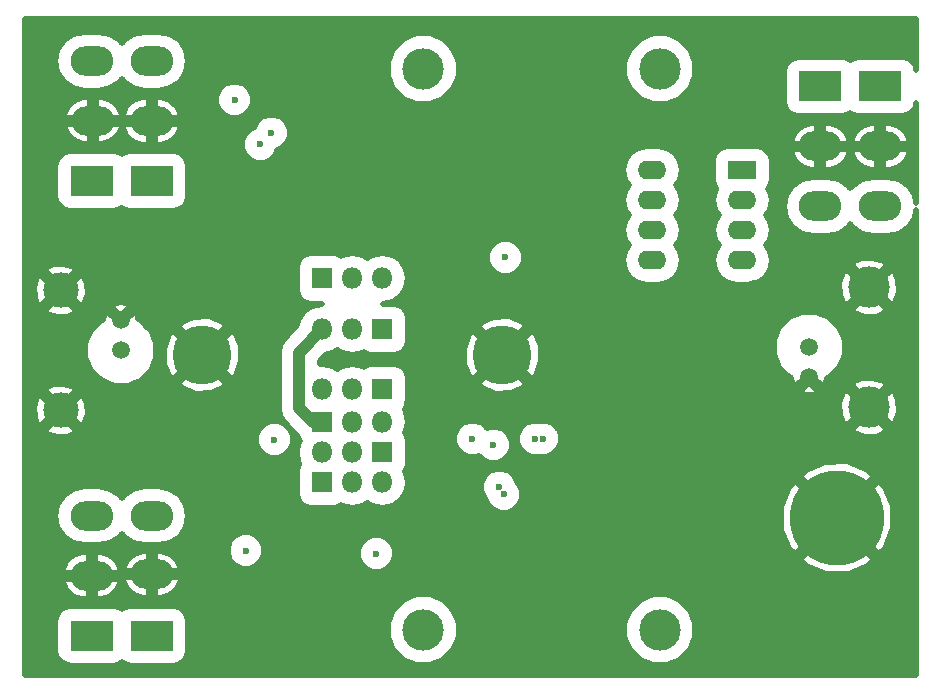
<source format=gbl>
G04 #@! TF.FileFunction,Copper,L4,Bot,Signal*
%FSLAX46Y46*%
G04 Gerber Fmt 4.6, Leading zero omitted, Abs format (unit mm)*
G04 Created by KiCad (PCBNEW 4.0.2-stable) date 06/11/2017 10:09:17*
%MOMM*%
G01*
G04 APERTURE LIST*
%ADD10C,0.100000*%
%ADD11R,2.400000X1.600000*%
%ADD12O,2.400000X1.600000*%
%ADD13C,1.500000*%
%ADD14C,3.500000*%
%ADD15O,3.600000X2.500000*%
%ADD16R,3.600000X2.500000*%
%ADD17C,3.000000*%
%ADD18R,1.800000X1.800000*%
%ADD19O,1.800000X1.800000*%
%ADD20C,8.000000*%
%ADD21C,5.000000*%
%ADD22C,0.600000*%
%ADD23C,1.000000*%
%ADD24C,0.500000*%
G04 APERTURE END LIST*
D10*
D11*
X207010000Y-165100000D03*
D12*
X199390000Y-172720000D03*
X207010000Y-167640000D03*
X199390000Y-170180000D03*
X207010000Y-170180000D03*
X199390000Y-167640000D03*
X207010000Y-172720000D03*
X199390000Y-165100000D03*
D13*
X212664000Y-180086000D03*
X212664000Y-182626000D03*
D14*
X217744000Y-185166000D03*
X217744000Y-175006000D03*
D15*
X218694000Y-168148000D03*
X218694000Y-163068000D03*
D16*
X218694000Y-157988000D03*
X213614000Y-157988000D03*
D15*
X213614000Y-163068000D03*
X213614000Y-168148000D03*
X151920000Y-155840000D03*
X152020000Y-160884000D03*
D16*
X151920000Y-166000000D03*
X157000000Y-166000000D03*
D15*
X157000000Y-160920000D03*
X157000000Y-155840000D03*
X151920000Y-194340000D03*
X151920000Y-199420000D03*
D16*
X151920000Y-204500000D03*
X157000000Y-204500000D03*
D15*
X157020000Y-199284000D03*
X157000000Y-194340000D03*
D13*
X154366000Y-180340000D03*
X154366000Y-177800000D03*
D17*
X149286000Y-175260000D03*
X149286000Y-185420000D03*
D18*
X171450000Y-174244000D03*
D19*
X173990000Y-174244000D03*
X176530000Y-174244000D03*
D18*
X171450000Y-186372500D03*
D19*
X173990000Y-186372500D03*
X176530000Y-186372500D03*
D18*
X176530000Y-178562000D03*
D19*
X173990000Y-178562000D03*
X171450000Y-178562000D03*
D18*
X176530000Y-183642000D03*
D19*
X173990000Y-183642000D03*
X171450000Y-183642000D03*
D20*
X215000000Y-194500000D03*
D14*
X200000000Y-156500000D03*
X180000000Y-156500000D03*
X200000000Y-204000000D03*
X180000000Y-204000000D03*
D18*
X176530000Y-188976000D03*
D19*
X173990000Y-188976000D03*
X171450000Y-188976000D03*
D18*
X171450000Y-191516000D03*
D19*
X173990000Y-191516000D03*
X176530000Y-191516000D03*
D21*
X161290000Y-180721000D03*
X186690000Y-180721000D03*
D22*
X183578500Y-186118500D03*
X171323000Y-171005500D03*
X177990500Y-163830000D03*
X194945000Y-168211500D03*
X203835000Y-182880000D03*
X199326500Y-188976000D03*
X194119500Y-195389500D03*
X184658000Y-186182000D03*
X194945000Y-203835000D03*
X162433000Y-206629000D03*
X172974000Y-204470000D03*
X175895000Y-200533000D03*
X193294000Y-159385000D03*
X194564000Y-156591000D03*
X162687000Y-153670000D03*
X174244000Y-154940000D03*
X204343000Y-166116000D03*
X204343000Y-167640000D03*
X202311000Y-171069000D03*
X203200000Y-173609000D03*
X184531000Y-175514000D03*
X197739000Y-176276000D03*
X197612000Y-181991000D03*
X164020500Y-159131000D03*
X186944000Y-172466000D03*
X186436000Y-191897000D03*
X186817000Y-192532000D03*
X189484000Y-187833000D03*
X190119000Y-187833000D03*
X167132000Y-161925000D03*
X166179500Y-162877500D03*
X176022000Y-197548500D03*
X164973000Y-197294500D03*
X167386000Y-187896500D03*
X185928000Y-188341000D03*
X184150000Y-187833000D03*
D23*
X171450000Y-178562000D02*
X169481500Y-180530500D01*
X169481500Y-180530500D02*
X169481500Y-185229500D01*
X169481500Y-185229500D02*
X170624500Y-186372500D01*
X170624500Y-186372500D02*
X171450000Y-186372500D01*
D24*
G36*
X221746000Y-156618486D02*
X221681327Y-156274778D01*
X221407563Y-155849337D01*
X220989847Y-155563924D01*
X220494000Y-155463512D01*
X216894000Y-155463512D01*
X216430778Y-155550673D01*
X216152514Y-155729731D01*
X215909847Y-155563924D01*
X215414000Y-155463512D01*
X211814000Y-155463512D01*
X211350778Y-155550673D01*
X210925337Y-155824437D01*
X210639924Y-156242153D01*
X210539512Y-156738000D01*
X210539512Y-159238000D01*
X210626673Y-159701222D01*
X210900437Y-160126663D01*
X211318153Y-160412076D01*
X211814000Y-160512488D01*
X215414000Y-160512488D01*
X215877222Y-160425327D01*
X216155486Y-160246269D01*
X216398153Y-160412076D01*
X216894000Y-160512488D01*
X220494000Y-160512488D01*
X220957222Y-160425327D01*
X221382663Y-160151563D01*
X221668076Y-159733847D01*
X221746000Y-159349049D01*
X221746000Y-167857656D01*
X221613452Y-167191291D01*
X221071520Y-166380233D01*
X220260462Y-165838301D01*
X219303753Y-165648000D01*
X218084247Y-165648000D01*
X217127538Y-165838301D01*
X216316480Y-166380233D01*
X216154000Y-166623401D01*
X215991520Y-166380233D01*
X215180462Y-165838301D01*
X214223753Y-165648000D01*
X213004247Y-165648000D01*
X212047538Y-165838301D01*
X211236480Y-166380233D01*
X210694548Y-167191291D01*
X210504247Y-168148000D01*
X210694548Y-169104709D01*
X211236480Y-169915767D01*
X212047538Y-170457699D01*
X213004247Y-170648000D01*
X214223753Y-170648000D01*
X215180462Y-170457699D01*
X215991520Y-169915767D01*
X216154000Y-169672599D01*
X216316480Y-169915767D01*
X217127538Y-170457699D01*
X218084247Y-170648000D01*
X219303753Y-170648000D01*
X220260462Y-170457699D01*
X221071520Y-169915767D01*
X221613452Y-169104709D01*
X221746000Y-168438344D01*
X221746000Y-207776000D01*
X146300000Y-207776000D01*
X146300000Y-203250000D01*
X148845512Y-203250000D01*
X148845512Y-205750000D01*
X148932673Y-206213222D01*
X149206437Y-206638663D01*
X149624153Y-206924076D01*
X150120000Y-207024488D01*
X153720000Y-207024488D01*
X154183222Y-206937327D01*
X154461486Y-206758269D01*
X154704153Y-206924076D01*
X155200000Y-207024488D01*
X158800000Y-207024488D01*
X159263222Y-206937327D01*
X159688663Y-206663563D01*
X159974076Y-206245847D01*
X160074488Y-205750000D01*
X160074488Y-204594119D01*
X176999481Y-204594119D01*
X177455241Y-205697143D01*
X178298418Y-206541793D01*
X179400645Y-206999478D01*
X180594119Y-207000519D01*
X181697143Y-206544759D01*
X182541793Y-205701582D01*
X182999478Y-204599355D01*
X182999482Y-204594119D01*
X196999481Y-204594119D01*
X197455241Y-205697143D01*
X198298418Y-206541793D01*
X199400645Y-206999478D01*
X200594119Y-207000519D01*
X201697143Y-206544759D01*
X202541793Y-205701582D01*
X202999478Y-204599355D01*
X203000519Y-203405881D01*
X202544759Y-202302857D01*
X201701582Y-201458207D01*
X200599355Y-201000522D01*
X199405881Y-200999481D01*
X198302857Y-201455241D01*
X197458207Y-202298418D01*
X197000522Y-203400645D01*
X196999481Y-204594119D01*
X182999482Y-204594119D01*
X183000519Y-203405881D01*
X182544759Y-202302857D01*
X181701582Y-201458207D01*
X180599355Y-201000522D01*
X179405881Y-200999481D01*
X178302857Y-201455241D01*
X177458207Y-202298418D01*
X177000522Y-203400645D01*
X176999481Y-204594119D01*
X160074488Y-204594119D01*
X160074488Y-203250000D01*
X159987327Y-202786778D01*
X159713563Y-202361337D01*
X159295847Y-202075924D01*
X158800000Y-201975512D01*
X155200000Y-201975512D01*
X154736778Y-202062673D01*
X154458514Y-202241731D01*
X154215847Y-202075924D01*
X153720000Y-201975512D01*
X150120000Y-201975512D01*
X149656778Y-202062673D01*
X149231337Y-202336437D01*
X148945924Y-202754153D01*
X148845512Y-203250000D01*
X146300000Y-203250000D01*
X146300000Y-199977337D01*
X149449226Y-199977337D01*
X149779010Y-200657437D01*
X150373663Y-201172088D01*
X151120000Y-201420000D01*
X151670000Y-201420000D01*
X151670000Y-199670000D01*
X152170000Y-199670000D01*
X152170000Y-201420000D01*
X152720000Y-201420000D01*
X153466337Y-201172088D01*
X154060990Y-200657437D01*
X154390774Y-199977337D01*
X154335196Y-199841337D01*
X154549226Y-199841337D01*
X154879010Y-200521437D01*
X155473663Y-201036088D01*
X156220000Y-201284000D01*
X156770000Y-201284000D01*
X156770000Y-199534000D01*
X157270000Y-199534000D01*
X157270000Y-201284000D01*
X157820000Y-201284000D01*
X158566337Y-201036088D01*
X159160990Y-200521437D01*
X159490774Y-199841337D01*
X159365176Y-199534000D01*
X157270000Y-199534000D01*
X156770000Y-199534000D01*
X154674824Y-199534000D01*
X154549226Y-199841337D01*
X154335196Y-199841337D01*
X154265176Y-199670000D01*
X152170000Y-199670000D01*
X151670000Y-199670000D01*
X149574824Y-199670000D01*
X149449226Y-199977337D01*
X146300000Y-199977337D01*
X146300000Y-198862663D01*
X149449226Y-198862663D01*
X149574824Y-199170000D01*
X151670000Y-199170000D01*
X151670000Y-197420000D01*
X152170000Y-197420000D01*
X152170000Y-199170000D01*
X154265176Y-199170000D01*
X154390774Y-198862663D01*
X154324827Y-198726663D01*
X154549226Y-198726663D01*
X154674824Y-199034000D01*
X156770000Y-199034000D01*
X156770000Y-197284000D01*
X157270000Y-197284000D01*
X157270000Y-199034000D01*
X159365176Y-199034000D01*
X159490774Y-198726663D01*
X159160990Y-198046563D01*
X158646698Y-197601461D01*
X163422732Y-197601461D01*
X163658208Y-198171357D01*
X164093849Y-198607760D01*
X164663333Y-198844230D01*
X165279961Y-198844768D01*
X165849857Y-198609292D01*
X166286260Y-198173651D01*
X166418383Y-197855461D01*
X174471732Y-197855461D01*
X174707208Y-198425357D01*
X175142849Y-198861760D01*
X175712333Y-199098230D01*
X176328961Y-199098768D01*
X176898857Y-198863292D01*
X177335260Y-198427651D01*
X177527782Y-197964004D01*
X211889550Y-197964004D01*
X212359371Y-198559839D01*
X214114010Y-199261327D01*
X216003533Y-199237946D01*
X217640629Y-198559839D01*
X218110450Y-197964004D01*
X215000000Y-194853553D01*
X211889550Y-197964004D01*
X177527782Y-197964004D01*
X177571730Y-197858167D01*
X177572268Y-197241539D01*
X177336792Y-196671643D01*
X176901151Y-196235240D01*
X176331667Y-195998770D01*
X175715039Y-195998232D01*
X175145143Y-196233708D01*
X174708740Y-196669349D01*
X174472270Y-197238833D01*
X174471732Y-197855461D01*
X166418383Y-197855461D01*
X166522730Y-197604167D01*
X166523268Y-196987539D01*
X166287792Y-196417643D01*
X165852151Y-195981240D01*
X165282667Y-195744770D01*
X164666039Y-195744232D01*
X164096143Y-195979708D01*
X163659740Y-196415349D01*
X163423270Y-196984833D01*
X163422732Y-197601461D01*
X158646698Y-197601461D01*
X158566337Y-197531912D01*
X157820000Y-197284000D01*
X157270000Y-197284000D01*
X156770000Y-197284000D01*
X156220000Y-197284000D01*
X155473663Y-197531912D01*
X154879010Y-198046563D01*
X154549226Y-198726663D01*
X154324827Y-198726663D01*
X154060990Y-198182563D01*
X153466337Y-197667912D01*
X152720000Y-197420000D01*
X152170000Y-197420000D01*
X151670000Y-197420000D01*
X151120000Y-197420000D01*
X150373663Y-197667912D01*
X149779010Y-198182563D01*
X149449226Y-198862663D01*
X146300000Y-198862663D01*
X146300000Y-194340000D01*
X148810247Y-194340000D01*
X149000548Y-195296709D01*
X149542480Y-196107767D01*
X150353538Y-196649699D01*
X151310247Y-196840000D01*
X152529753Y-196840000D01*
X153486462Y-196649699D01*
X154297520Y-196107767D01*
X154460000Y-195864599D01*
X154622480Y-196107767D01*
X155433538Y-196649699D01*
X156390247Y-196840000D01*
X157609753Y-196840000D01*
X158566462Y-196649699D01*
X159377520Y-196107767D01*
X159919452Y-195296709D01*
X160109753Y-194340000D01*
X159919452Y-193383291D01*
X159377520Y-192572233D01*
X158566462Y-192030301D01*
X157609753Y-191840000D01*
X156390247Y-191840000D01*
X155433538Y-192030301D01*
X154622480Y-192572233D01*
X154460000Y-192815401D01*
X154297520Y-192572233D01*
X153486462Y-192030301D01*
X152529753Y-191840000D01*
X151310247Y-191840000D01*
X150353538Y-192030301D01*
X149542480Y-192572233D01*
X149000548Y-193383291D01*
X148810247Y-194340000D01*
X146300000Y-194340000D01*
X146300000Y-188203461D01*
X165835732Y-188203461D01*
X166071208Y-188773357D01*
X166506849Y-189209760D01*
X167076333Y-189446230D01*
X167692961Y-189446768D01*
X168262857Y-189211292D01*
X168699260Y-188775651D01*
X168935730Y-188206167D01*
X168936268Y-187589539D01*
X168700792Y-187019643D01*
X168265151Y-186583240D01*
X167695667Y-186346770D01*
X167079039Y-186346232D01*
X166509143Y-186581708D01*
X166072740Y-187017349D01*
X165836270Y-187586833D01*
X165835732Y-188203461D01*
X146300000Y-188203461D01*
X146300000Y-187075827D01*
X147983726Y-187075827D01*
X148147859Y-187411843D01*
X148996740Y-187695771D01*
X149889658Y-187633234D01*
X150424141Y-187411843D01*
X150588274Y-187075827D01*
X149286000Y-185773553D01*
X147983726Y-187075827D01*
X146300000Y-187075827D01*
X146300000Y-185130740D01*
X147010229Y-185130740D01*
X147072766Y-186023658D01*
X147294157Y-186558141D01*
X147630173Y-186722274D01*
X148932447Y-185420000D01*
X149639553Y-185420000D01*
X150941827Y-186722274D01*
X151277843Y-186558141D01*
X151561771Y-185709260D01*
X151499234Y-184816342D01*
X151277843Y-184281859D01*
X150941827Y-184117726D01*
X149639553Y-185420000D01*
X148932447Y-185420000D01*
X147630173Y-184117726D01*
X147294157Y-184281859D01*
X147010229Y-185130740D01*
X146300000Y-185130740D01*
X146300000Y-183764173D01*
X147983726Y-183764173D01*
X149286000Y-185066447D01*
X150588274Y-183764173D01*
X150424141Y-183428157D01*
X149575260Y-183144229D01*
X148682342Y-183206766D01*
X148147859Y-183428157D01*
X147983726Y-183764173D01*
X146300000Y-183764173D01*
X146300000Y-180934119D01*
X151365481Y-180934119D01*
X151821241Y-182037143D01*
X152664418Y-182881793D01*
X153766645Y-183339478D01*
X154960119Y-183340519D01*
X155539233Y-183101234D01*
X159263320Y-183101234D01*
X159550078Y-183541122D01*
X160761736Y-183992292D01*
X162053817Y-183945438D01*
X163029922Y-183541122D01*
X163316680Y-183101234D01*
X161290000Y-181074553D01*
X159263320Y-183101234D01*
X155539233Y-183101234D01*
X156063143Y-182884759D01*
X156907793Y-182041582D01*
X157365478Y-180939355D01*
X157366129Y-180192736D01*
X158018708Y-180192736D01*
X158065562Y-181484817D01*
X158469878Y-182460922D01*
X158909766Y-182747680D01*
X160936447Y-180721000D01*
X161643553Y-180721000D01*
X163670234Y-182747680D01*
X164110122Y-182460922D01*
X164561292Y-181249264D01*
X164535228Y-180530500D01*
X167731500Y-180530500D01*
X167731500Y-185229500D01*
X167864711Y-185899196D01*
X168244063Y-186466937D01*
X169327866Y-187550740D01*
X169362673Y-187735722D01*
X169528410Y-187993285D01*
X169421538Y-188153231D01*
X169257879Y-188976000D01*
X169421538Y-189798769D01*
X169507556Y-189927504D01*
X169375924Y-190120153D01*
X169275512Y-190616000D01*
X169275512Y-192416000D01*
X169362673Y-192879222D01*
X169636437Y-193304663D01*
X170054153Y-193590076D01*
X170550000Y-193690488D01*
X172350000Y-193690488D01*
X172813222Y-193603327D01*
X173049093Y-193451548D01*
X173125110Y-193502341D01*
X173947879Y-193666000D01*
X174032121Y-193666000D01*
X174854890Y-193502341D01*
X175260000Y-193231656D01*
X175665110Y-193502341D01*
X176487879Y-193666000D01*
X176572121Y-193666000D01*
X177394890Y-193502341D01*
X178092401Y-193036280D01*
X178558462Y-192338769D01*
X178585276Y-192203961D01*
X184885732Y-192203961D01*
X185121208Y-192773857D01*
X185323608Y-192976611D01*
X185502208Y-193408857D01*
X185937849Y-193845260D01*
X186507333Y-194081730D01*
X187123961Y-194082268D01*
X187693857Y-193846792D01*
X187927046Y-193614010D01*
X210238673Y-193614010D01*
X210262054Y-195503533D01*
X210940161Y-197140629D01*
X211535996Y-197610450D01*
X214646447Y-194500000D01*
X215353553Y-194500000D01*
X218464004Y-197610450D01*
X219059839Y-197140629D01*
X219761327Y-195385990D01*
X219737946Y-193496467D01*
X219059839Y-191859371D01*
X218464004Y-191389550D01*
X215353553Y-194500000D01*
X214646447Y-194500000D01*
X211535996Y-191389550D01*
X210940161Y-191859371D01*
X210238673Y-193614010D01*
X187927046Y-193614010D01*
X188130260Y-193411151D01*
X188366730Y-192841667D01*
X188367268Y-192225039D01*
X188131792Y-191655143D01*
X187929392Y-191452389D01*
X187757343Y-191035996D01*
X211889550Y-191035996D01*
X215000000Y-194146447D01*
X218110450Y-191035996D01*
X217640629Y-190440161D01*
X215885990Y-189738673D01*
X213996467Y-189762054D01*
X212359371Y-190440161D01*
X211889550Y-191035996D01*
X187757343Y-191035996D01*
X187750792Y-191020143D01*
X187315151Y-190583740D01*
X186745667Y-190347270D01*
X186129039Y-190346732D01*
X185559143Y-190582208D01*
X185122740Y-191017849D01*
X184886270Y-191587333D01*
X184885732Y-192203961D01*
X178585276Y-192203961D01*
X178722121Y-191516000D01*
X178558462Y-190693231D01*
X178472444Y-190564496D01*
X178604076Y-190371847D01*
X178704488Y-189876000D01*
X178704488Y-188139961D01*
X182599732Y-188139961D01*
X182835208Y-188709857D01*
X183270849Y-189146260D01*
X183840333Y-189382730D01*
X184456961Y-189383268D01*
X184684484Y-189289258D01*
X185048849Y-189654260D01*
X185618333Y-189890730D01*
X186234961Y-189891268D01*
X186804857Y-189655792D01*
X187241260Y-189220151D01*
X187477730Y-188650667D01*
X187478175Y-188139961D01*
X187933732Y-188139961D01*
X188169208Y-188709857D01*
X188604849Y-189146260D01*
X189174333Y-189382730D01*
X189790961Y-189383268D01*
X189800819Y-189379195D01*
X189809333Y-189382730D01*
X190425961Y-189383268D01*
X190995857Y-189147792D01*
X191432260Y-188712151D01*
X191668730Y-188142667D01*
X191669268Y-187526039D01*
X191453240Y-187003210D01*
X216260344Y-187003210D01*
X216455226Y-187365171D01*
X217394914Y-187690962D01*
X218387748Y-187632351D01*
X219032774Y-187365171D01*
X219227656Y-187003210D01*
X217744000Y-185519553D01*
X216260344Y-187003210D01*
X191453240Y-187003210D01*
X191433792Y-186956143D01*
X190998151Y-186519740D01*
X190428667Y-186283270D01*
X189812039Y-186282732D01*
X189802181Y-186286805D01*
X189793667Y-186283270D01*
X189177039Y-186282732D01*
X188607143Y-186518208D01*
X188170740Y-186953849D01*
X187934270Y-187523333D01*
X187933732Y-188139961D01*
X187478175Y-188139961D01*
X187478268Y-188034039D01*
X187242792Y-187464143D01*
X186807151Y-187027740D01*
X186237667Y-186791270D01*
X185621039Y-186790732D01*
X185393516Y-186884742D01*
X185029151Y-186519740D01*
X184459667Y-186283270D01*
X183843039Y-186282732D01*
X183273143Y-186518208D01*
X182836740Y-186953849D01*
X182600270Y-187523333D01*
X182599732Y-188139961D01*
X178704488Y-188139961D01*
X178704488Y-188076000D01*
X178617327Y-187612778D01*
X178451590Y-187355215D01*
X178558462Y-187195269D01*
X178722121Y-186372500D01*
X178558462Y-185549731D01*
X178408090Y-185324683D01*
X178604076Y-185037847D01*
X178648816Y-184816914D01*
X215219038Y-184816914D01*
X215277649Y-185809748D01*
X215544829Y-186454774D01*
X215906790Y-186649656D01*
X217390447Y-185166000D01*
X218097553Y-185166000D01*
X219581210Y-186649656D01*
X219943171Y-186454774D01*
X220268962Y-185515086D01*
X220210351Y-184522252D01*
X219943171Y-183877226D01*
X219581210Y-183682344D01*
X218097553Y-185166000D01*
X217390447Y-185166000D01*
X215906790Y-183682344D01*
X215544829Y-183877226D01*
X215219038Y-184816914D01*
X178648816Y-184816914D01*
X178704488Y-184542000D01*
X178704488Y-183101234D01*
X184663320Y-183101234D01*
X184950078Y-183541122D01*
X186161736Y-183992292D01*
X187453817Y-183945438D01*
X188429922Y-183541122D01*
X188716680Y-183101234D01*
X186690000Y-181074553D01*
X184663320Y-183101234D01*
X178704488Y-183101234D01*
X178704488Y-182742000D01*
X178617327Y-182278778D01*
X178343563Y-181853337D01*
X177925847Y-181567924D01*
X177430000Y-181467512D01*
X175630000Y-181467512D01*
X175166778Y-181554673D01*
X174930907Y-181706452D01*
X174854890Y-181655659D01*
X174032121Y-181492000D01*
X173947879Y-181492000D01*
X173125110Y-181655659D01*
X172720000Y-181926344D01*
X172314890Y-181655659D01*
X171492121Y-181492000D01*
X171407879Y-181492000D01*
X171231500Y-181527084D01*
X171231500Y-181255374D01*
X171845082Y-180641792D01*
X172314890Y-180548341D01*
X172720000Y-180277656D01*
X173125110Y-180548341D01*
X173947879Y-180712000D01*
X174032121Y-180712000D01*
X174854890Y-180548341D01*
X174931162Y-180497378D01*
X175134153Y-180636076D01*
X175630000Y-180736488D01*
X177430000Y-180736488D01*
X177893222Y-180649327D01*
X178318663Y-180375563D01*
X178443583Y-180192736D01*
X183418708Y-180192736D01*
X183465562Y-181484817D01*
X183869878Y-182460922D01*
X184309766Y-182747680D01*
X186336447Y-180721000D01*
X187043553Y-180721000D01*
X189070234Y-182747680D01*
X189510122Y-182460922D01*
X189961292Y-181249264D01*
X189940654Y-180680119D01*
X209663481Y-180680119D01*
X210119241Y-181783143D01*
X210962418Y-182627793D01*
X211162897Y-182711039D01*
X211212869Y-183108953D01*
X211296396Y-183310605D01*
X211554979Y-183381468D01*
X211913662Y-183022785D01*
X212064645Y-183085478D01*
X212557645Y-183085908D01*
X211908532Y-183735021D01*
X211979395Y-183993604D01*
X212554867Y-184151488D01*
X213146953Y-184077131D01*
X213348605Y-183993604D01*
X213419468Y-183735021D01*
X212770541Y-183086094D01*
X213258119Y-183086519D01*
X213413762Y-183022209D01*
X213773021Y-183381468D01*
X213965245Y-183328790D01*
X216260344Y-183328790D01*
X217744000Y-184812447D01*
X219227656Y-183328790D01*
X219032774Y-182966829D01*
X218093086Y-182641038D01*
X217100252Y-182699649D01*
X216455226Y-182966829D01*
X216260344Y-183328790D01*
X213965245Y-183328790D01*
X214031604Y-183310605D01*
X214189488Y-182735133D01*
X214185495Y-182703335D01*
X214361143Y-182630759D01*
X215205793Y-181787582D01*
X215663478Y-180685355D01*
X215664519Y-179491881D01*
X215208759Y-178388857D01*
X214365582Y-177544207D01*
X213263355Y-177086522D01*
X212069881Y-177085481D01*
X210966857Y-177541241D01*
X210122207Y-178384418D01*
X209664522Y-179486645D01*
X209663481Y-180680119D01*
X189940654Y-180680119D01*
X189914438Y-179957183D01*
X189510122Y-178981078D01*
X189070234Y-178694320D01*
X187043553Y-180721000D01*
X186336447Y-180721000D01*
X184309766Y-178694320D01*
X183869878Y-178981078D01*
X183418708Y-180192736D01*
X178443583Y-180192736D01*
X178604076Y-179957847D01*
X178704488Y-179462000D01*
X178704488Y-178340766D01*
X184663320Y-178340766D01*
X186690000Y-180367447D01*
X188716680Y-178340766D01*
X188429922Y-177900878D01*
X187218264Y-177449708D01*
X185926183Y-177496562D01*
X184950078Y-177900878D01*
X184663320Y-178340766D01*
X178704488Y-178340766D01*
X178704488Y-177662000D01*
X178617327Y-177198778D01*
X178388526Y-176843210D01*
X216260344Y-176843210D01*
X216455226Y-177205171D01*
X217394914Y-177530962D01*
X218387748Y-177472351D01*
X219032774Y-177205171D01*
X219227656Y-176843210D01*
X217744000Y-175359553D01*
X216260344Y-176843210D01*
X178388526Y-176843210D01*
X178343563Y-176773337D01*
X177925847Y-176487924D01*
X177430000Y-176387512D01*
X176604738Y-176387512D01*
X177394890Y-176230341D01*
X178092401Y-175764280D01*
X178558462Y-175066769D01*
X178722121Y-174244000D01*
X178558462Y-173421231D01*
X178125303Y-172772961D01*
X185393732Y-172772961D01*
X185629208Y-173342857D01*
X186064849Y-173779260D01*
X186634333Y-174015730D01*
X187250961Y-174016268D01*
X187820857Y-173780792D01*
X188257260Y-173345151D01*
X188493730Y-172775667D01*
X188494268Y-172159039D01*
X188258792Y-171589143D01*
X187823151Y-171152740D01*
X187253667Y-170916270D01*
X186637039Y-170915732D01*
X186067143Y-171151208D01*
X185630740Y-171586849D01*
X185394270Y-172156333D01*
X185393732Y-172772961D01*
X178125303Y-172772961D01*
X178092401Y-172723720D01*
X177394890Y-172257659D01*
X176572121Y-172094000D01*
X176487879Y-172094000D01*
X175665110Y-172257659D01*
X175260000Y-172528344D01*
X174854890Y-172257659D01*
X174032121Y-172094000D01*
X173947879Y-172094000D01*
X173125110Y-172257659D01*
X173048838Y-172308622D01*
X172845847Y-172169924D01*
X172350000Y-172069512D01*
X170550000Y-172069512D01*
X170086778Y-172156673D01*
X169661337Y-172430437D01*
X169375924Y-172848153D01*
X169275512Y-173344000D01*
X169275512Y-175144000D01*
X169362673Y-175607222D01*
X169636437Y-176032663D01*
X170054153Y-176318076D01*
X170550000Y-176418488D01*
X171375262Y-176418488D01*
X170585110Y-176575659D01*
X169887599Y-177041720D01*
X169421538Y-177739231D01*
X169328087Y-178209039D01*
X168244063Y-179293063D01*
X167864711Y-179860804D01*
X167731500Y-180530500D01*
X164535228Y-180530500D01*
X164514438Y-179957183D01*
X164110122Y-178981078D01*
X163670234Y-178694320D01*
X161643553Y-180721000D01*
X160936447Y-180721000D01*
X158909766Y-178694320D01*
X158469878Y-178981078D01*
X158018708Y-180192736D01*
X157366129Y-180192736D01*
X157366519Y-179745881D01*
X156910759Y-178642857D01*
X156609195Y-178340766D01*
X159263320Y-178340766D01*
X161290000Y-180367447D01*
X163316680Y-178340766D01*
X163029922Y-177900878D01*
X161818264Y-177449708D01*
X160526183Y-177496562D01*
X159550078Y-177900878D01*
X159263320Y-178340766D01*
X156609195Y-178340766D01*
X156067582Y-177798207D01*
X155867103Y-177714961D01*
X155817131Y-177317047D01*
X155733604Y-177115395D01*
X155475021Y-177044532D01*
X155116338Y-177403215D01*
X154965355Y-177340522D01*
X154472355Y-177340092D01*
X155121468Y-176690979D01*
X155050605Y-176432396D01*
X154475133Y-176274512D01*
X153883047Y-176348869D01*
X153681395Y-176432396D01*
X153610532Y-176690979D01*
X154259459Y-177339906D01*
X153771881Y-177339481D01*
X153616238Y-177403791D01*
X153256979Y-177044532D01*
X152998396Y-177115395D01*
X152840512Y-177690867D01*
X152844505Y-177722665D01*
X152668857Y-177795241D01*
X151824207Y-178638418D01*
X151366522Y-179740645D01*
X151365481Y-180934119D01*
X146300000Y-180934119D01*
X146300000Y-176915827D01*
X147983726Y-176915827D01*
X148147859Y-177251843D01*
X148996740Y-177535771D01*
X149889658Y-177473234D01*
X150424141Y-177251843D01*
X150588274Y-176915827D01*
X149286000Y-175613553D01*
X147983726Y-176915827D01*
X146300000Y-176915827D01*
X146300000Y-174970740D01*
X147010229Y-174970740D01*
X147072766Y-175863658D01*
X147294157Y-176398141D01*
X147630173Y-176562274D01*
X148932447Y-175260000D01*
X149639553Y-175260000D01*
X150941827Y-176562274D01*
X151277843Y-176398141D01*
X151561771Y-175549260D01*
X151499234Y-174656342D01*
X151277843Y-174121859D01*
X150941827Y-173957726D01*
X149639553Y-175260000D01*
X148932447Y-175260000D01*
X147630173Y-173957726D01*
X147294157Y-174121859D01*
X147010229Y-174970740D01*
X146300000Y-174970740D01*
X146300000Y-173604173D01*
X147983726Y-173604173D01*
X149286000Y-174906447D01*
X150588274Y-173604173D01*
X150424141Y-173268157D01*
X149575260Y-172984229D01*
X148682342Y-173046766D01*
X148147859Y-173268157D01*
X147983726Y-173604173D01*
X146300000Y-173604173D01*
X146300000Y-164750000D01*
X148845512Y-164750000D01*
X148845512Y-167250000D01*
X148932673Y-167713222D01*
X149206437Y-168138663D01*
X149624153Y-168424076D01*
X150120000Y-168524488D01*
X153720000Y-168524488D01*
X154183222Y-168437327D01*
X154461486Y-168258269D01*
X154704153Y-168424076D01*
X155200000Y-168524488D01*
X158800000Y-168524488D01*
X159263222Y-168437327D01*
X159688663Y-168163563D01*
X159974076Y-167745847D01*
X160074488Y-167250000D01*
X160074488Y-165100000D01*
X196892002Y-165100000D01*
X197048049Y-165884501D01*
X197372449Y-166370000D01*
X197048049Y-166855499D01*
X196892002Y-167640000D01*
X197048049Y-168424501D01*
X197372449Y-168910000D01*
X197048049Y-169395499D01*
X196892002Y-170180000D01*
X197048049Y-170964501D01*
X197372449Y-171450000D01*
X197048049Y-171935499D01*
X196892002Y-172720000D01*
X197048049Y-173504501D01*
X197492433Y-174169569D01*
X198157501Y-174613953D01*
X198942002Y-174770000D01*
X199837998Y-174770000D01*
X200622499Y-174613953D01*
X201287567Y-174169569D01*
X201731951Y-173504501D01*
X201887998Y-172720000D01*
X201731951Y-171935499D01*
X201407551Y-171450000D01*
X201731951Y-170964501D01*
X201887998Y-170180000D01*
X201731951Y-169395499D01*
X201407551Y-168910000D01*
X201731951Y-168424501D01*
X201887998Y-167640000D01*
X204512002Y-167640000D01*
X204668049Y-168424501D01*
X204992449Y-168910000D01*
X204668049Y-169395499D01*
X204512002Y-170180000D01*
X204668049Y-170964501D01*
X204992449Y-171450000D01*
X204668049Y-171935499D01*
X204512002Y-172720000D01*
X204668049Y-173504501D01*
X205112433Y-174169569D01*
X205777501Y-174613953D01*
X206562002Y-174770000D01*
X207457998Y-174770000D01*
X208026519Y-174656914D01*
X215219038Y-174656914D01*
X215277649Y-175649748D01*
X215544829Y-176294774D01*
X215906790Y-176489656D01*
X217390447Y-175006000D01*
X218097553Y-175006000D01*
X219581210Y-176489656D01*
X219943171Y-176294774D01*
X220268962Y-175355086D01*
X220210351Y-174362252D01*
X219943171Y-173717226D01*
X219581210Y-173522344D01*
X218097553Y-175006000D01*
X217390447Y-175006000D01*
X215906790Y-173522344D01*
X215544829Y-173717226D01*
X215219038Y-174656914D01*
X208026519Y-174656914D01*
X208242499Y-174613953D01*
X208907567Y-174169569D01*
X209351951Y-173504501D01*
X209418728Y-173168790D01*
X216260344Y-173168790D01*
X217744000Y-174652447D01*
X219227656Y-173168790D01*
X219032774Y-172806829D01*
X218093086Y-172481038D01*
X217100252Y-172539649D01*
X216455226Y-172806829D01*
X216260344Y-173168790D01*
X209418728Y-173168790D01*
X209507998Y-172720000D01*
X209351951Y-171935499D01*
X209027551Y-171450000D01*
X209351951Y-170964501D01*
X209507998Y-170180000D01*
X209351951Y-169395499D01*
X209027551Y-168910000D01*
X209351951Y-168424501D01*
X209507998Y-167640000D01*
X209351951Y-166855499D01*
X209212554Y-166646877D01*
X209384076Y-166395847D01*
X209484488Y-165900000D01*
X209484488Y-164300000D01*
X209397327Y-163836778D01*
X209261269Y-163625337D01*
X211143226Y-163625337D01*
X211473010Y-164305437D01*
X212067663Y-164820088D01*
X212814000Y-165068000D01*
X213364000Y-165068000D01*
X213364000Y-163318000D01*
X213864000Y-163318000D01*
X213864000Y-165068000D01*
X214414000Y-165068000D01*
X215160337Y-164820088D01*
X215754990Y-164305437D01*
X216084774Y-163625337D01*
X216223226Y-163625337D01*
X216553010Y-164305437D01*
X217147663Y-164820088D01*
X217894000Y-165068000D01*
X218444000Y-165068000D01*
X218444000Y-163318000D01*
X218944000Y-163318000D01*
X218944000Y-165068000D01*
X219494000Y-165068000D01*
X220240337Y-164820088D01*
X220834990Y-164305437D01*
X221164774Y-163625337D01*
X221039176Y-163318000D01*
X218944000Y-163318000D01*
X218444000Y-163318000D01*
X216348824Y-163318000D01*
X216223226Y-163625337D01*
X216084774Y-163625337D01*
X215959176Y-163318000D01*
X213864000Y-163318000D01*
X213364000Y-163318000D01*
X211268824Y-163318000D01*
X211143226Y-163625337D01*
X209261269Y-163625337D01*
X209123563Y-163411337D01*
X208705847Y-163125924D01*
X208210000Y-163025512D01*
X205810000Y-163025512D01*
X205346778Y-163112673D01*
X204921337Y-163386437D01*
X204635924Y-163804153D01*
X204535512Y-164300000D01*
X204535512Y-165900000D01*
X204622673Y-166363222D01*
X204806302Y-166648589D01*
X204668049Y-166855499D01*
X204512002Y-167640000D01*
X201887998Y-167640000D01*
X201731951Y-166855499D01*
X201407551Y-166370000D01*
X201731951Y-165884501D01*
X201887998Y-165100000D01*
X201731951Y-164315499D01*
X201287567Y-163650431D01*
X200622499Y-163206047D01*
X199837998Y-163050000D01*
X198942002Y-163050000D01*
X198157501Y-163206047D01*
X197492433Y-163650431D01*
X197048049Y-164315499D01*
X196892002Y-165100000D01*
X160074488Y-165100000D01*
X160074488Y-164750000D01*
X159987327Y-164286778D01*
X159713563Y-163861337D01*
X159295847Y-163575924D01*
X158800000Y-163475512D01*
X155200000Y-163475512D01*
X154736778Y-163562673D01*
X154458514Y-163741731D01*
X154215847Y-163575924D01*
X153720000Y-163475512D01*
X150120000Y-163475512D01*
X149656778Y-163562673D01*
X149231337Y-163836437D01*
X148945924Y-164254153D01*
X148845512Y-164750000D01*
X146300000Y-164750000D01*
X146300000Y-163184461D01*
X164629232Y-163184461D01*
X164864708Y-163754357D01*
X165300349Y-164190760D01*
X165869833Y-164427230D01*
X166486461Y-164427768D01*
X167056357Y-164192292D01*
X167492760Y-163756651D01*
X167644940Y-163390159D01*
X168008857Y-163239792D01*
X168445260Y-162804151D01*
X168567126Y-162510663D01*
X211143226Y-162510663D01*
X211268824Y-162818000D01*
X213364000Y-162818000D01*
X213364000Y-161068000D01*
X213864000Y-161068000D01*
X213864000Y-162818000D01*
X215959176Y-162818000D01*
X216084774Y-162510663D01*
X216223226Y-162510663D01*
X216348824Y-162818000D01*
X218444000Y-162818000D01*
X218444000Y-161068000D01*
X218944000Y-161068000D01*
X218944000Y-162818000D01*
X221039176Y-162818000D01*
X221164774Y-162510663D01*
X220834990Y-161830563D01*
X220240337Y-161315912D01*
X219494000Y-161068000D01*
X218944000Y-161068000D01*
X218444000Y-161068000D01*
X217894000Y-161068000D01*
X217147663Y-161315912D01*
X216553010Y-161830563D01*
X216223226Y-162510663D01*
X216084774Y-162510663D01*
X215754990Y-161830563D01*
X215160337Y-161315912D01*
X214414000Y-161068000D01*
X213864000Y-161068000D01*
X213364000Y-161068000D01*
X212814000Y-161068000D01*
X212067663Y-161315912D01*
X211473010Y-161830563D01*
X211143226Y-162510663D01*
X168567126Y-162510663D01*
X168681730Y-162234667D01*
X168682268Y-161618039D01*
X168446792Y-161048143D01*
X168011151Y-160611740D01*
X167441667Y-160375270D01*
X166825039Y-160374732D01*
X166255143Y-160610208D01*
X165818740Y-161045849D01*
X165666560Y-161412341D01*
X165302643Y-161562708D01*
X164866240Y-161998349D01*
X164629770Y-162567833D01*
X164629232Y-163184461D01*
X146300000Y-163184461D01*
X146300000Y-161441337D01*
X149549226Y-161441337D01*
X149879010Y-162121437D01*
X150473663Y-162636088D01*
X151220000Y-162884000D01*
X151770000Y-162884000D01*
X151770000Y-161134000D01*
X152270000Y-161134000D01*
X152270000Y-162884000D01*
X152820000Y-162884000D01*
X153566337Y-162636088D01*
X154160990Y-162121437D01*
X154473317Y-161477337D01*
X154529226Y-161477337D01*
X154859010Y-162157437D01*
X155453663Y-162672088D01*
X156200000Y-162920000D01*
X156750000Y-162920000D01*
X156750000Y-161170000D01*
X157250000Y-161170000D01*
X157250000Y-162920000D01*
X157800000Y-162920000D01*
X158546337Y-162672088D01*
X159140990Y-162157437D01*
X159470774Y-161477337D01*
X159345176Y-161170000D01*
X157250000Y-161170000D01*
X156750000Y-161170000D01*
X154654824Y-161170000D01*
X154529226Y-161477337D01*
X154473317Y-161477337D01*
X154490774Y-161441337D01*
X154365176Y-161134000D01*
X152270000Y-161134000D01*
X151770000Y-161134000D01*
X149674824Y-161134000D01*
X149549226Y-161441337D01*
X146300000Y-161441337D01*
X146300000Y-160326663D01*
X149549226Y-160326663D01*
X149674824Y-160634000D01*
X151770000Y-160634000D01*
X151770000Y-158884000D01*
X152270000Y-158884000D01*
X152270000Y-160634000D01*
X154365176Y-160634000D01*
X154476062Y-160362663D01*
X154529226Y-160362663D01*
X154654824Y-160670000D01*
X156750000Y-160670000D01*
X156750000Y-158920000D01*
X157250000Y-158920000D01*
X157250000Y-160670000D01*
X159345176Y-160670000D01*
X159470774Y-160362663D01*
X159140990Y-159682563D01*
X158858365Y-159437961D01*
X162470232Y-159437961D01*
X162705708Y-160007857D01*
X163141349Y-160444260D01*
X163710833Y-160680730D01*
X164327461Y-160681268D01*
X164897357Y-160445792D01*
X165333760Y-160010151D01*
X165570230Y-159440667D01*
X165570768Y-158824039D01*
X165335292Y-158254143D01*
X164899651Y-157817740D01*
X164330167Y-157581270D01*
X163713539Y-157580732D01*
X163143643Y-157816208D01*
X162707240Y-158251849D01*
X162470770Y-158821333D01*
X162470232Y-159437961D01*
X158858365Y-159437961D01*
X158546337Y-159167912D01*
X157800000Y-158920000D01*
X157250000Y-158920000D01*
X156750000Y-158920000D01*
X156200000Y-158920000D01*
X155453663Y-159167912D01*
X154859010Y-159682563D01*
X154529226Y-160362663D01*
X154476062Y-160362663D01*
X154490774Y-160326663D01*
X154160990Y-159646563D01*
X153566337Y-159131912D01*
X152820000Y-158884000D01*
X152270000Y-158884000D01*
X151770000Y-158884000D01*
X151220000Y-158884000D01*
X150473663Y-159131912D01*
X149879010Y-159646563D01*
X149549226Y-160326663D01*
X146300000Y-160326663D01*
X146300000Y-155840000D01*
X148810247Y-155840000D01*
X149000548Y-156796709D01*
X149542480Y-157607767D01*
X150353538Y-158149699D01*
X151310247Y-158340000D01*
X152529753Y-158340000D01*
X153486462Y-158149699D01*
X154297520Y-157607767D01*
X154460000Y-157364599D01*
X154622480Y-157607767D01*
X155433538Y-158149699D01*
X156390247Y-158340000D01*
X157609753Y-158340000D01*
X158566462Y-158149699D01*
X159377520Y-157607767D01*
X159720728Y-157094119D01*
X176999481Y-157094119D01*
X177455241Y-158197143D01*
X178298418Y-159041793D01*
X179400645Y-159499478D01*
X180594119Y-159500519D01*
X181697143Y-159044759D01*
X182541793Y-158201582D01*
X182999478Y-157099355D01*
X182999482Y-157094119D01*
X196999481Y-157094119D01*
X197455241Y-158197143D01*
X198298418Y-159041793D01*
X199400645Y-159499478D01*
X200594119Y-159500519D01*
X201697143Y-159044759D01*
X202541793Y-158201582D01*
X202999478Y-157099355D01*
X203000519Y-155905881D01*
X202544759Y-154802857D01*
X201701582Y-153958207D01*
X200599355Y-153500522D01*
X199405881Y-153499481D01*
X198302857Y-153955241D01*
X197458207Y-154798418D01*
X197000522Y-155900645D01*
X196999481Y-157094119D01*
X182999482Y-157094119D01*
X183000519Y-155905881D01*
X182544759Y-154802857D01*
X181701582Y-153958207D01*
X180599355Y-153500522D01*
X179405881Y-153499481D01*
X178302857Y-153955241D01*
X177458207Y-154798418D01*
X177000522Y-155900645D01*
X176999481Y-157094119D01*
X159720728Y-157094119D01*
X159919452Y-156796709D01*
X160109753Y-155840000D01*
X159919452Y-154883291D01*
X159377520Y-154072233D01*
X158566462Y-153530301D01*
X157609753Y-153340000D01*
X156390247Y-153340000D01*
X155433538Y-153530301D01*
X154622480Y-154072233D01*
X154460000Y-154315401D01*
X154297520Y-154072233D01*
X153486462Y-153530301D01*
X152529753Y-153340000D01*
X151310247Y-153340000D01*
X150353538Y-153530301D01*
X149542480Y-154072233D01*
X149000548Y-154883291D01*
X148810247Y-155840000D01*
X146300000Y-155840000D01*
X146300000Y-152269000D01*
X221746000Y-152269000D01*
X221746000Y-156618486D01*
X221746000Y-156618486D01*
G37*
X221746000Y-156618486D02*
X221681327Y-156274778D01*
X221407563Y-155849337D01*
X220989847Y-155563924D01*
X220494000Y-155463512D01*
X216894000Y-155463512D01*
X216430778Y-155550673D01*
X216152514Y-155729731D01*
X215909847Y-155563924D01*
X215414000Y-155463512D01*
X211814000Y-155463512D01*
X211350778Y-155550673D01*
X210925337Y-155824437D01*
X210639924Y-156242153D01*
X210539512Y-156738000D01*
X210539512Y-159238000D01*
X210626673Y-159701222D01*
X210900437Y-160126663D01*
X211318153Y-160412076D01*
X211814000Y-160512488D01*
X215414000Y-160512488D01*
X215877222Y-160425327D01*
X216155486Y-160246269D01*
X216398153Y-160412076D01*
X216894000Y-160512488D01*
X220494000Y-160512488D01*
X220957222Y-160425327D01*
X221382663Y-160151563D01*
X221668076Y-159733847D01*
X221746000Y-159349049D01*
X221746000Y-167857656D01*
X221613452Y-167191291D01*
X221071520Y-166380233D01*
X220260462Y-165838301D01*
X219303753Y-165648000D01*
X218084247Y-165648000D01*
X217127538Y-165838301D01*
X216316480Y-166380233D01*
X216154000Y-166623401D01*
X215991520Y-166380233D01*
X215180462Y-165838301D01*
X214223753Y-165648000D01*
X213004247Y-165648000D01*
X212047538Y-165838301D01*
X211236480Y-166380233D01*
X210694548Y-167191291D01*
X210504247Y-168148000D01*
X210694548Y-169104709D01*
X211236480Y-169915767D01*
X212047538Y-170457699D01*
X213004247Y-170648000D01*
X214223753Y-170648000D01*
X215180462Y-170457699D01*
X215991520Y-169915767D01*
X216154000Y-169672599D01*
X216316480Y-169915767D01*
X217127538Y-170457699D01*
X218084247Y-170648000D01*
X219303753Y-170648000D01*
X220260462Y-170457699D01*
X221071520Y-169915767D01*
X221613452Y-169104709D01*
X221746000Y-168438344D01*
X221746000Y-207776000D01*
X146300000Y-207776000D01*
X146300000Y-203250000D01*
X148845512Y-203250000D01*
X148845512Y-205750000D01*
X148932673Y-206213222D01*
X149206437Y-206638663D01*
X149624153Y-206924076D01*
X150120000Y-207024488D01*
X153720000Y-207024488D01*
X154183222Y-206937327D01*
X154461486Y-206758269D01*
X154704153Y-206924076D01*
X155200000Y-207024488D01*
X158800000Y-207024488D01*
X159263222Y-206937327D01*
X159688663Y-206663563D01*
X159974076Y-206245847D01*
X160074488Y-205750000D01*
X160074488Y-204594119D01*
X176999481Y-204594119D01*
X177455241Y-205697143D01*
X178298418Y-206541793D01*
X179400645Y-206999478D01*
X180594119Y-207000519D01*
X181697143Y-206544759D01*
X182541793Y-205701582D01*
X182999478Y-204599355D01*
X182999482Y-204594119D01*
X196999481Y-204594119D01*
X197455241Y-205697143D01*
X198298418Y-206541793D01*
X199400645Y-206999478D01*
X200594119Y-207000519D01*
X201697143Y-206544759D01*
X202541793Y-205701582D01*
X202999478Y-204599355D01*
X203000519Y-203405881D01*
X202544759Y-202302857D01*
X201701582Y-201458207D01*
X200599355Y-201000522D01*
X199405881Y-200999481D01*
X198302857Y-201455241D01*
X197458207Y-202298418D01*
X197000522Y-203400645D01*
X196999481Y-204594119D01*
X182999482Y-204594119D01*
X183000519Y-203405881D01*
X182544759Y-202302857D01*
X181701582Y-201458207D01*
X180599355Y-201000522D01*
X179405881Y-200999481D01*
X178302857Y-201455241D01*
X177458207Y-202298418D01*
X177000522Y-203400645D01*
X176999481Y-204594119D01*
X160074488Y-204594119D01*
X160074488Y-203250000D01*
X159987327Y-202786778D01*
X159713563Y-202361337D01*
X159295847Y-202075924D01*
X158800000Y-201975512D01*
X155200000Y-201975512D01*
X154736778Y-202062673D01*
X154458514Y-202241731D01*
X154215847Y-202075924D01*
X153720000Y-201975512D01*
X150120000Y-201975512D01*
X149656778Y-202062673D01*
X149231337Y-202336437D01*
X148945924Y-202754153D01*
X148845512Y-203250000D01*
X146300000Y-203250000D01*
X146300000Y-199977337D01*
X149449226Y-199977337D01*
X149779010Y-200657437D01*
X150373663Y-201172088D01*
X151120000Y-201420000D01*
X151670000Y-201420000D01*
X151670000Y-199670000D01*
X152170000Y-199670000D01*
X152170000Y-201420000D01*
X152720000Y-201420000D01*
X153466337Y-201172088D01*
X154060990Y-200657437D01*
X154390774Y-199977337D01*
X154335196Y-199841337D01*
X154549226Y-199841337D01*
X154879010Y-200521437D01*
X155473663Y-201036088D01*
X156220000Y-201284000D01*
X156770000Y-201284000D01*
X156770000Y-199534000D01*
X157270000Y-199534000D01*
X157270000Y-201284000D01*
X157820000Y-201284000D01*
X158566337Y-201036088D01*
X159160990Y-200521437D01*
X159490774Y-199841337D01*
X159365176Y-199534000D01*
X157270000Y-199534000D01*
X156770000Y-199534000D01*
X154674824Y-199534000D01*
X154549226Y-199841337D01*
X154335196Y-199841337D01*
X154265176Y-199670000D01*
X152170000Y-199670000D01*
X151670000Y-199670000D01*
X149574824Y-199670000D01*
X149449226Y-199977337D01*
X146300000Y-199977337D01*
X146300000Y-198862663D01*
X149449226Y-198862663D01*
X149574824Y-199170000D01*
X151670000Y-199170000D01*
X151670000Y-197420000D01*
X152170000Y-197420000D01*
X152170000Y-199170000D01*
X154265176Y-199170000D01*
X154390774Y-198862663D01*
X154324827Y-198726663D01*
X154549226Y-198726663D01*
X154674824Y-199034000D01*
X156770000Y-199034000D01*
X156770000Y-197284000D01*
X157270000Y-197284000D01*
X157270000Y-199034000D01*
X159365176Y-199034000D01*
X159490774Y-198726663D01*
X159160990Y-198046563D01*
X158646698Y-197601461D01*
X163422732Y-197601461D01*
X163658208Y-198171357D01*
X164093849Y-198607760D01*
X164663333Y-198844230D01*
X165279961Y-198844768D01*
X165849857Y-198609292D01*
X166286260Y-198173651D01*
X166418383Y-197855461D01*
X174471732Y-197855461D01*
X174707208Y-198425357D01*
X175142849Y-198861760D01*
X175712333Y-199098230D01*
X176328961Y-199098768D01*
X176898857Y-198863292D01*
X177335260Y-198427651D01*
X177527782Y-197964004D01*
X211889550Y-197964004D01*
X212359371Y-198559839D01*
X214114010Y-199261327D01*
X216003533Y-199237946D01*
X217640629Y-198559839D01*
X218110450Y-197964004D01*
X215000000Y-194853553D01*
X211889550Y-197964004D01*
X177527782Y-197964004D01*
X177571730Y-197858167D01*
X177572268Y-197241539D01*
X177336792Y-196671643D01*
X176901151Y-196235240D01*
X176331667Y-195998770D01*
X175715039Y-195998232D01*
X175145143Y-196233708D01*
X174708740Y-196669349D01*
X174472270Y-197238833D01*
X174471732Y-197855461D01*
X166418383Y-197855461D01*
X166522730Y-197604167D01*
X166523268Y-196987539D01*
X166287792Y-196417643D01*
X165852151Y-195981240D01*
X165282667Y-195744770D01*
X164666039Y-195744232D01*
X164096143Y-195979708D01*
X163659740Y-196415349D01*
X163423270Y-196984833D01*
X163422732Y-197601461D01*
X158646698Y-197601461D01*
X158566337Y-197531912D01*
X157820000Y-197284000D01*
X157270000Y-197284000D01*
X156770000Y-197284000D01*
X156220000Y-197284000D01*
X155473663Y-197531912D01*
X154879010Y-198046563D01*
X154549226Y-198726663D01*
X154324827Y-198726663D01*
X154060990Y-198182563D01*
X153466337Y-197667912D01*
X152720000Y-197420000D01*
X152170000Y-197420000D01*
X151670000Y-197420000D01*
X151120000Y-197420000D01*
X150373663Y-197667912D01*
X149779010Y-198182563D01*
X149449226Y-198862663D01*
X146300000Y-198862663D01*
X146300000Y-194340000D01*
X148810247Y-194340000D01*
X149000548Y-195296709D01*
X149542480Y-196107767D01*
X150353538Y-196649699D01*
X151310247Y-196840000D01*
X152529753Y-196840000D01*
X153486462Y-196649699D01*
X154297520Y-196107767D01*
X154460000Y-195864599D01*
X154622480Y-196107767D01*
X155433538Y-196649699D01*
X156390247Y-196840000D01*
X157609753Y-196840000D01*
X158566462Y-196649699D01*
X159377520Y-196107767D01*
X159919452Y-195296709D01*
X160109753Y-194340000D01*
X159919452Y-193383291D01*
X159377520Y-192572233D01*
X158566462Y-192030301D01*
X157609753Y-191840000D01*
X156390247Y-191840000D01*
X155433538Y-192030301D01*
X154622480Y-192572233D01*
X154460000Y-192815401D01*
X154297520Y-192572233D01*
X153486462Y-192030301D01*
X152529753Y-191840000D01*
X151310247Y-191840000D01*
X150353538Y-192030301D01*
X149542480Y-192572233D01*
X149000548Y-193383291D01*
X148810247Y-194340000D01*
X146300000Y-194340000D01*
X146300000Y-188203461D01*
X165835732Y-188203461D01*
X166071208Y-188773357D01*
X166506849Y-189209760D01*
X167076333Y-189446230D01*
X167692961Y-189446768D01*
X168262857Y-189211292D01*
X168699260Y-188775651D01*
X168935730Y-188206167D01*
X168936268Y-187589539D01*
X168700792Y-187019643D01*
X168265151Y-186583240D01*
X167695667Y-186346770D01*
X167079039Y-186346232D01*
X166509143Y-186581708D01*
X166072740Y-187017349D01*
X165836270Y-187586833D01*
X165835732Y-188203461D01*
X146300000Y-188203461D01*
X146300000Y-187075827D01*
X147983726Y-187075827D01*
X148147859Y-187411843D01*
X148996740Y-187695771D01*
X149889658Y-187633234D01*
X150424141Y-187411843D01*
X150588274Y-187075827D01*
X149286000Y-185773553D01*
X147983726Y-187075827D01*
X146300000Y-187075827D01*
X146300000Y-185130740D01*
X147010229Y-185130740D01*
X147072766Y-186023658D01*
X147294157Y-186558141D01*
X147630173Y-186722274D01*
X148932447Y-185420000D01*
X149639553Y-185420000D01*
X150941827Y-186722274D01*
X151277843Y-186558141D01*
X151561771Y-185709260D01*
X151499234Y-184816342D01*
X151277843Y-184281859D01*
X150941827Y-184117726D01*
X149639553Y-185420000D01*
X148932447Y-185420000D01*
X147630173Y-184117726D01*
X147294157Y-184281859D01*
X147010229Y-185130740D01*
X146300000Y-185130740D01*
X146300000Y-183764173D01*
X147983726Y-183764173D01*
X149286000Y-185066447D01*
X150588274Y-183764173D01*
X150424141Y-183428157D01*
X149575260Y-183144229D01*
X148682342Y-183206766D01*
X148147859Y-183428157D01*
X147983726Y-183764173D01*
X146300000Y-183764173D01*
X146300000Y-180934119D01*
X151365481Y-180934119D01*
X151821241Y-182037143D01*
X152664418Y-182881793D01*
X153766645Y-183339478D01*
X154960119Y-183340519D01*
X155539233Y-183101234D01*
X159263320Y-183101234D01*
X159550078Y-183541122D01*
X160761736Y-183992292D01*
X162053817Y-183945438D01*
X163029922Y-183541122D01*
X163316680Y-183101234D01*
X161290000Y-181074553D01*
X159263320Y-183101234D01*
X155539233Y-183101234D01*
X156063143Y-182884759D01*
X156907793Y-182041582D01*
X157365478Y-180939355D01*
X157366129Y-180192736D01*
X158018708Y-180192736D01*
X158065562Y-181484817D01*
X158469878Y-182460922D01*
X158909766Y-182747680D01*
X160936447Y-180721000D01*
X161643553Y-180721000D01*
X163670234Y-182747680D01*
X164110122Y-182460922D01*
X164561292Y-181249264D01*
X164535228Y-180530500D01*
X167731500Y-180530500D01*
X167731500Y-185229500D01*
X167864711Y-185899196D01*
X168244063Y-186466937D01*
X169327866Y-187550740D01*
X169362673Y-187735722D01*
X169528410Y-187993285D01*
X169421538Y-188153231D01*
X169257879Y-188976000D01*
X169421538Y-189798769D01*
X169507556Y-189927504D01*
X169375924Y-190120153D01*
X169275512Y-190616000D01*
X169275512Y-192416000D01*
X169362673Y-192879222D01*
X169636437Y-193304663D01*
X170054153Y-193590076D01*
X170550000Y-193690488D01*
X172350000Y-193690488D01*
X172813222Y-193603327D01*
X173049093Y-193451548D01*
X173125110Y-193502341D01*
X173947879Y-193666000D01*
X174032121Y-193666000D01*
X174854890Y-193502341D01*
X175260000Y-193231656D01*
X175665110Y-193502341D01*
X176487879Y-193666000D01*
X176572121Y-193666000D01*
X177394890Y-193502341D01*
X178092401Y-193036280D01*
X178558462Y-192338769D01*
X178585276Y-192203961D01*
X184885732Y-192203961D01*
X185121208Y-192773857D01*
X185323608Y-192976611D01*
X185502208Y-193408857D01*
X185937849Y-193845260D01*
X186507333Y-194081730D01*
X187123961Y-194082268D01*
X187693857Y-193846792D01*
X187927046Y-193614010D01*
X210238673Y-193614010D01*
X210262054Y-195503533D01*
X210940161Y-197140629D01*
X211535996Y-197610450D01*
X214646447Y-194500000D01*
X215353553Y-194500000D01*
X218464004Y-197610450D01*
X219059839Y-197140629D01*
X219761327Y-195385990D01*
X219737946Y-193496467D01*
X219059839Y-191859371D01*
X218464004Y-191389550D01*
X215353553Y-194500000D01*
X214646447Y-194500000D01*
X211535996Y-191389550D01*
X210940161Y-191859371D01*
X210238673Y-193614010D01*
X187927046Y-193614010D01*
X188130260Y-193411151D01*
X188366730Y-192841667D01*
X188367268Y-192225039D01*
X188131792Y-191655143D01*
X187929392Y-191452389D01*
X187757343Y-191035996D01*
X211889550Y-191035996D01*
X215000000Y-194146447D01*
X218110450Y-191035996D01*
X217640629Y-190440161D01*
X215885990Y-189738673D01*
X213996467Y-189762054D01*
X212359371Y-190440161D01*
X211889550Y-191035996D01*
X187757343Y-191035996D01*
X187750792Y-191020143D01*
X187315151Y-190583740D01*
X186745667Y-190347270D01*
X186129039Y-190346732D01*
X185559143Y-190582208D01*
X185122740Y-191017849D01*
X184886270Y-191587333D01*
X184885732Y-192203961D01*
X178585276Y-192203961D01*
X178722121Y-191516000D01*
X178558462Y-190693231D01*
X178472444Y-190564496D01*
X178604076Y-190371847D01*
X178704488Y-189876000D01*
X178704488Y-188139961D01*
X182599732Y-188139961D01*
X182835208Y-188709857D01*
X183270849Y-189146260D01*
X183840333Y-189382730D01*
X184456961Y-189383268D01*
X184684484Y-189289258D01*
X185048849Y-189654260D01*
X185618333Y-189890730D01*
X186234961Y-189891268D01*
X186804857Y-189655792D01*
X187241260Y-189220151D01*
X187477730Y-188650667D01*
X187478175Y-188139961D01*
X187933732Y-188139961D01*
X188169208Y-188709857D01*
X188604849Y-189146260D01*
X189174333Y-189382730D01*
X189790961Y-189383268D01*
X189800819Y-189379195D01*
X189809333Y-189382730D01*
X190425961Y-189383268D01*
X190995857Y-189147792D01*
X191432260Y-188712151D01*
X191668730Y-188142667D01*
X191669268Y-187526039D01*
X191453240Y-187003210D01*
X216260344Y-187003210D01*
X216455226Y-187365171D01*
X217394914Y-187690962D01*
X218387748Y-187632351D01*
X219032774Y-187365171D01*
X219227656Y-187003210D01*
X217744000Y-185519553D01*
X216260344Y-187003210D01*
X191453240Y-187003210D01*
X191433792Y-186956143D01*
X190998151Y-186519740D01*
X190428667Y-186283270D01*
X189812039Y-186282732D01*
X189802181Y-186286805D01*
X189793667Y-186283270D01*
X189177039Y-186282732D01*
X188607143Y-186518208D01*
X188170740Y-186953849D01*
X187934270Y-187523333D01*
X187933732Y-188139961D01*
X187478175Y-188139961D01*
X187478268Y-188034039D01*
X187242792Y-187464143D01*
X186807151Y-187027740D01*
X186237667Y-186791270D01*
X185621039Y-186790732D01*
X185393516Y-186884742D01*
X185029151Y-186519740D01*
X184459667Y-186283270D01*
X183843039Y-186282732D01*
X183273143Y-186518208D01*
X182836740Y-186953849D01*
X182600270Y-187523333D01*
X182599732Y-188139961D01*
X178704488Y-188139961D01*
X178704488Y-188076000D01*
X178617327Y-187612778D01*
X178451590Y-187355215D01*
X178558462Y-187195269D01*
X178722121Y-186372500D01*
X178558462Y-185549731D01*
X178408090Y-185324683D01*
X178604076Y-185037847D01*
X178648816Y-184816914D01*
X215219038Y-184816914D01*
X215277649Y-185809748D01*
X215544829Y-186454774D01*
X215906790Y-186649656D01*
X217390447Y-185166000D01*
X218097553Y-185166000D01*
X219581210Y-186649656D01*
X219943171Y-186454774D01*
X220268962Y-185515086D01*
X220210351Y-184522252D01*
X219943171Y-183877226D01*
X219581210Y-183682344D01*
X218097553Y-185166000D01*
X217390447Y-185166000D01*
X215906790Y-183682344D01*
X215544829Y-183877226D01*
X215219038Y-184816914D01*
X178648816Y-184816914D01*
X178704488Y-184542000D01*
X178704488Y-183101234D01*
X184663320Y-183101234D01*
X184950078Y-183541122D01*
X186161736Y-183992292D01*
X187453817Y-183945438D01*
X188429922Y-183541122D01*
X188716680Y-183101234D01*
X186690000Y-181074553D01*
X184663320Y-183101234D01*
X178704488Y-183101234D01*
X178704488Y-182742000D01*
X178617327Y-182278778D01*
X178343563Y-181853337D01*
X177925847Y-181567924D01*
X177430000Y-181467512D01*
X175630000Y-181467512D01*
X175166778Y-181554673D01*
X174930907Y-181706452D01*
X174854890Y-181655659D01*
X174032121Y-181492000D01*
X173947879Y-181492000D01*
X173125110Y-181655659D01*
X172720000Y-181926344D01*
X172314890Y-181655659D01*
X171492121Y-181492000D01*
X171407879Y-181492000D01*
X171231500Y-181527084D01*
X171231500Y-181255374D01*
X171845082Y-180641792D01*
X172314890Y-180548341D01*
X172720000Y-180277656D01*
X173125110Y-180548341D01*
X173947879Y-180712000D01*
X174032121Y-180712000D01*
X174854890Y-180548341D01*
X174931162Y-180497378D01*
X175134153Y-180636076D01*
X175630000Y-180736488D01*
X177430000Y-180736488D01*
X177893222Y-180649327D01*
X178318663Y-180375563D01*
X178443583Y-180192736D01*
X183418708Y-180192736D01*
X183465562Y-181484817D01*
X183869878Y-182460922D01*
X184309766Y-182747680D01*
X186336447Y-180721000D01*
X187043553Y-180721000D01*
X189070234Y-182747680D01*
X189510122Y-182460922D01*
X189961292Y-181249264D01*
X189940654Y-180680119D01*
X209663481Y-180680119D01*
X210119241Y-181783143D01*
X210962418Y-182627793D01*
X211162897Y-182711039D01*
X211212869Y-183108953D01*
X211296396Y-183310605D01*
X211554979Y-183381468D01*
X211913662Y-183022785D01*
X212064645Y-183085478D01*
X212557645Y-183085908D01*
X211908532Y-183735021D01*
X211979395Y-183993604D01*
X212554867Y-184151488D01*
X213146953Y-184077131D01*
X213348605Y-183993604D01*
X213419468Y-183735021D01*
X212770541Y-183086094D01*
X213258119Y-183086519D01*
X213413762Y-183022209D01*
X213773021Y-183381468D01*
X213965245Y-183328790D01*
X216260344Y-183328790D01*
X217744000Y-184812447D01*
X219227656Y-183328790D01*
X219032774Y-182966829D01*
X218093086Y-182641038D01*
X217100252Y-182699649D01*
X216455226Y-182966829D01*
X216260344Y-183328790D01*
X213965245Y-183328790D01*
X214031604Y-183310605D01*
X214189488Y-182735133D01*
X214185495Y-182703335D01*
X214361143Y-182630759D01*
X215205793Y-181787582D01*
X215663478Y-180685355D01*
X215664519Y-179491881D01*
X215208759Y-178388857D01*
X214365582Y-177544207D01*
X213263355Y-177086522D01*
X212069881Y-177085481D01*
X210966857Y-177541241D01*
X210122207Y-178384418D01*
X209664522Y-179486645D01*
X209663481Y-180680119D01*
X189940654Y-180680119D01*
X189914438Y-179957183D01*
X189510122Y-178981078D01*
X189070234Y-178694320D01*
X187043553Y-180721000D01*
X186336447Y-180721000D01*
X184309766Y-178694320D01*
X183869878Y-178981078D01*
X183418708Y-180192736D01*
X178443583Y-180192736D01*
X178604076Y-179957847D01*
X178704488Y-179462000D01*
X178704488Y-178340766D01*
X184663320Y-178340766D01*
X186690000Y-180367447D01*
X188716680Y-178340766D01*
X188429922Y-177900878D01*
X187218264Y-177449708D01*
X185926183Y-177496562D01*
X184950078Y-177900878D01*
X184663320Y-178340766D01*
X178704488Y-178340766D01*
X178704488Y-177662000D01*
X178617327Y-177198778D01*
X178388526Y-176843210D01*
X216260344Y-176843210D01*
X216455226Y-177205171D01*
X217394914Y-177530962D01*
X218387748Y-177472351D01*
X219032774Y-177205171D01*
X219227656Y-176843210D01*
X217744000Y-175359553D01*
X216260344Y-176843210D01*
X178388526Y-176843210D01*
X178343563Y-176773337D01*
X177925847Y-176487924D01*
X177430000Y-176387512D01*
X176604738Y-176387512D01*
X177394890Y-176230341D01*
X178092401Y-175764280D01*
X178558462Y-175066769D01*
X178722121Y-174244000D01*
X178558462Y-173421231D01*
X178125303Y-172772961D01*
X185393732Y-172772961D01*
X185629208Y-173342857D01*
X186064849Y-173779260D01*
X186634333Y-174015730D01*
X187250961Y-174016268D01*
X187820857Y-173780792D01*
X188257260Y-173345151D01*
X188493730Y-172775667D01*
X188494268Y-172159039D01*
X188258792Y-171589143D01*
X187823151Y-171152740D01*
X187253667Y-170916270D01*
X186637039Y-170915732D01*
X186067143Y-171151208D01*
X185630740Y-171586849D01*
X185394270Y-172156333D01*
X185393732Y-172772961D01*
X178125303Y-172772961D01*
X178092401Y-172723720D01*
X177394890Y-172257659D01*
X176572121Y-172094000D01*
X176487879Y-172094000D01*
X175665110Y-172257659D01*
X175260000Y-172528344D01*
X174854890Y-172257659D01*
X174032121Y-172094000D01*
X173947879Y-172094000D01*
X173125110Y-172257659D01*
X173048838Y-172308622D01*
X172845847Y-172169924D01*
X172350000Y-172069512D01*
X170550000Y-172069512D01*
X170086778Y-172156673D01*
X169661337Y-172430437D01*
X169375924Y-172848153D01*
X169275512Y-173344000D01*
X169275512Y-175144000D01*
X169362673Y-175607222D01*
X169636437Y-176032663D01*
X170054153Y-176318076D01*
X170550000Y-176418488D01*
X171375262Y-176418488D01*
X170585110Y-176575659D01*
X169887599Y-177041720D01*
X169421538Y-177739231D01*
X169328087Y-178209039D01*
X168244063Y-179293063D01*
X167864711Y-179860804D01*
X167731500Y-180530500D01*
X164535228Y-180530500D01*
X164514438Y-179957183D01*
X164110122Y-178981078D01*
X163670234Y-178694320D01*
X161643553Y-180721000D01*
X160936447Y-180721000D01*
X158909766Y-178694320D01*
X158469878Y-178981078D01*
X158018708Y-180192736D01*
X157366129Y-180192736D01*
X157366519Y-179745881D01*
X156910759Y-178642857D01*
X156609195Y-178340766D01*
X159263320Y-178340766D01*
X161290000Y-180367447D01*
X163316680Y-178340766D01*
X163029922Y-177900878D01*
X161818264Y-177449708D01*
X160526183Y-177496562D01*
X159550078Y-177900878D01*
X159263320Y-178340766D01*
X156609195Y-178340766D01*
X156067582Y-177798207D01*
X155867103Y-177714961D01*
X155817131Y-177317047D01*
X155733604Y-177115395D01*
X155475021Y-177044532D01*
X155116338Y-177403215D01*
X154965355Y-177340522D01*
X154472355Y-177340092D01*
X155121468Y-176690979D01*
X155050605Y-176432396D01*
X154475133Y-176274512D01*
X153883047Y-176348869D01*
X153681395Y-176432396D01*
X153610532Y-176690979D01*
X154259459Y-177339906D01*
X153771881Y-177339481D01*
X153616238Y-177403791D01*
X153256979Y-177044532D01*
X152998396Y-177115395D01*
X152840512Y-177690867D01*
X152844505Y-177722665D01*
X152668857Y-177795241D01*
X151824207Y-178638418D01*
X151366522Y-179740645D01*
X151365481Y-180934119D01*
X146300000Y-180934119D01*
X146300000Y-176915827D01*
X147983726Y-176915827D01*
X148147859Y-177251843D01*
X148996740Y-177535771D01*
X149889658Y-177473234D01*
X150424141Y-177251843D01*
X150588274Y-176915827D01*
X149286000Y-175613553D01*
X147983726Y-176915827D01*
X146300000Y-176915827D01*
X146300000Y-174970740D01*
X147010229Y-174970740D01*
X147072766Y-175863658D01*
X147294157Y-176398141D01*
X147630173Y-176562274D01*
X148932447Y-175260000D01*
X149639553Y-175260000D01*
X150941827Y-176562274D01*
X151277843Y-176398141D01*
X151561771Y-175549260D01*
X151499234Y-174656342D01*
X151277843Y-174121859D01*
X150941827Y-173957726D01*
X149639553Y-175260000D01*
X148932447Y-175260000D01*
X147630173Y-173957726D01*
X147294157Y-174121859D01*
X147010229Y-174970740D01*
X146300000Y-174970740D01*
X146300000Y-173604173D01*
X147983726Y-173604173D01*
X149286000Y-174906447D01*
X150588274Y-173604173D01*
X150424141Y-173268157D01*
X149575260Y-172984229D01*
X148682342Y-173046766D01*
X148147859Y-173268157D01*
X147983726Y-173604173D01*
X146300000Y-173604173D01*
X146300000Y-164750000D01*
X148845512Y-164750000D01*
X148845512Y-167250000D01*
X148932673Y-167713222D01*
X149206437Y-168138663D01*
X149624153Y-168424076D01*
X150120000Y-168524488D01*
X153720000Y-168524488D01*
X154183222Y-168437327D01*
X154461486Y-168258269D01*
X154704153Y-168424076D01*
X155200000Y-168524488D01*
X158800000Y-168524488D01*
X159263222Y-168437327D01*
X159688663Y-168163563D01*
X159974076Y-167745847D01*
X160074488Y-167250000D01*
X160074488Y-165100000D01*
X196892002Y-165100000D01*
X197048049Y-165884501D01*
X197372449Y-166370000D01*
X197048049Y-166855499D01*
X196892002Y-167640000D01*
X197048049Y-168424501D01*
X197372449Y-168910000D01*
X197048049Y-169395499D01*
X196892002Y-170180000D01*
X197048049Y-170964501D01*
X197372449Y-171450000D01*
X197048049Y-171935499D01*
X196892002Y-172720000D01*
X197048049Y-173504501D01*
X197492433Y-174169569D01*
X198157501Y-174613953D01*
X198942002Y-174770000D01*
X199837998Y-174770000D01*
X200622499Y-174613953D01*
X201287567Y-174169569D01*
X201731951Y-173504501D01*
X201887998Y-172720000D01*
X201731951Y-171935499D01*
X201407551Y-171450000D01*
X201731951Y-170964501D01*
X201887998Y-170180000D01*
X201731951Y-169395499D01*
X201407551Y-168910000D01*
X201731951Y-168424501D01*
X201887998Y-167640000D01*
X204512002Y-167640000D01*
X204668049Y-168424501D01*
X204992449Y-168910000D01*
X204668049Y-169395499D01*
X204512002Y-170180000D01*
X204668049Y-170964501D01*
X204992449Y-171450000D01*
X204668049Y-171935499D01*
X204512002Y-172720000D01*
X204668049Y-173504501D01*
X205112433Y-174169569D01*
X205777501Y-174613953D01*
X206562002Y-174770000D01*
X207457998Y-174770000D01*
X208026519Y-174656914D01*
X215219038Y-174656914D01*
X215277649Y-175649748D01*
X215544829Y-176294774D01*
X215906790Y-176489656D01*
X217390447Y-175006000D01*
X218097553Y-175006000D01*
X219581210Y-176489656D01*
X219943171Y-176294774D01*
X220268962Y-175355086D01*
X220210351Y-174362252D01*
X219943171Y-173717226D01*
X219581210Y-173522344D01*
X218097553Y-175006000D01*
X217390447Y-175006000D01*
X215906790Y-173522344D01*
X215544829Y-173717226D01*
X215219038Y-174656914D01*
X208026519Y-174656914D01*
X208242499Y-174613953D01*
X208907567Y-174169569D01*
X209351951Y-173504501D01*
X209418728Y-173168790D01*
X216260344Y-173168790D01*
X217744000Y-174652447D01*
X219227656Y-173168790D01*
X219032774Y-172806829D01*
X218093086Y-172481038D01*
X217100252Y-172539649D01*
X216455226Y-172806829D01*
X216260344Y-173168790D01*
X209418728Y-173168790D01*
X209507998Y-172720000D01*
X209351951Y-171935499D01*
X209027551Y-171450000D01*
X209351951Y-170964501D01*
X209507998Y-170180000D01*
X209351951Y-169395499D01*
X209027551Y-168910000D01*
X209351951Y-168424501D01*
X209507998Y-167640000D01*
X209351951Y-166855499D01*
X209212554Y-166646877D01*
X209384076Y-166395847D01*
X209484488Y-165900000D01*
X209484488Y-164300000D01*
X209397327Y-163836778D01*
X209261269Y-163625337D01*
X211143226Y-163625337D01*
X211473010Y-164305437D01*
X212067663Y-164820088D01*
X212814000Y-165068000D01*
X213364000Y-165068000D01*
X213364000Y-163318000D01*
X213864000Y-163318000D01*
X213864000Y-165068000D01*
X214414000Y-165068000D01*
X215160337Y-164820088D01*
X215754990Y-164305437D01*
X216084774Y-163625337D01*
X216223226Y-163625337D01*
X216553010Y-164305437D01*
X217147663Y-164820088D01*
X217894000Y-165068000D01*
X218444000Y-165068000D01*
X218444000Y-163318000D01*
X218944000Y-163318000D01*
X218944000Y-165068000D01*
X219494000Y-165068000D01*
X220240337Y-164820088D01*
X220834990Y-164305437D01*
X221164774Y-163625337D01*
X221039176Y-163318000D01*
X218944000Y-163318000D01*
X218444000Y-163318000D01*
X216348824Y-163318000D01*
X216223226Y-163625337D01*
X216084774Y-163625337D01*
X215959176Y-163318000D01*
X213864000Y-163318000D01*
X213364000Y-163318000D01*
X211268824Y-163318000D01*
X211143226Y-163625337D01*
X209261269Y-163625337D01*
X209123563Y-163411337D01*
X208705847Y-163125924D01*
X208210000Y-163025512D01*
X205810000Y-163025512D01*
X205346778Y-163112673D01*
X204921337Y-163386437D01*
X204635924Y-163804153D01*
X204535512Y-164300000D01*
X204535512Y-165900000D01*
X204622673Y-166363222D01*
X204806302Y-166648589D01*
X204668049Y-166855499D01*
X204512002Y-167640000D01*
X201887998Y-167640000D01*
X201731951Y-166855499D01*
X201407551Y-166370000D01*
X201731951Y-165884501D01*
X201887998Y-165100000D01*
X201731951Y-164315499D01*
X201287567Y-163650431D01*
X200622499Y-163206047D01*
X199837998Y-163050000D01*
X198942002Y-163050000D01*
X198157501Y-163206047D01*
X197492433Y-163650431D01*
X197048049Y-164315499D01*
X196892002Y-165100000D01*
X160074488Y-165100000D01*
X160074488Y-164750000D01*
X159987327Y-164286778D01*
X159713563Y-163861337D01*
X159295847Y-163575924D01*
X158800000Y-163475512D01*
X155200000Y-163475512D01*
X154736778Y-163562673D01*
X154458514Y-163741731D01*
X154215847Y-163575924D01*
X153720000Y-163475512D01*
X150120000Y-163475512D01*
X149656778Y-163562673D01*
X149231337Y-163836437D01*
X148945924Y-164254153D01*
X148845512Y-164750000D01*
X146300000Y-164750000D01*
X146300000Y-163184461D01*
X164629232Y-163184461D01*
X164864708Y-163754357D01*
X165300349Y-164190760D01*
X165869833Y-164427230D01*
X166486461Y-164427768D01*
X167056357Y-164192292D01*
X167492760Y-163756651D01*
X167644940Y-163390159D01*
X168008857Y-163239792D01*
X168445260Y-162804151D01*
X168567126Y-162510663D01*
X211143226Y-162510663D01*
X211268824Y-162818000D01*
X213364000Y-162818000D01*
X213364000Y-161068000D01*
X213864000Y-161068000D01*
X213864000Y-162818000D01*
X215959176Y-162818000D01*
X216084774Y-162510663D01*
X216223226Y-162510663D01*
X216348824Y-162818000D01*
X218444000Y-162818000D01*
X218444000Y-161068000D01*
X218944000Y-161068000D01*
X218944000Y-162818000D01*
X221039176Y-162818000D01*
X221164774Y-162510663D01*
X220834990Y-161830563D01*
X220240337Y-161315912D01*
X219494000Y-161068000D01*
X218944000Y-161068000D01*
X218444000Y-161068000D01*
X217894000Y-161068000D01*
X217147663Y-161315912D01*
X216553010Y-161830563D01*
X216223226Y-162510663D01*
X216084774Y-162510663D01*
X215754990Y-161830563D01*
X215160337Y-161315912D01*
X214414000Y-161068000D01*
X213864000Y-161068000D01*
X213364000Y-161068000D01*
X212814000Y-161068000D01*
X212067663Y-161315912D01*
X211473010Y-161830563D01*
X211143226Y-162510663D01*
X168567126Y-162510663D01*
X168681730Y-162234667D01*
X168682268Y-161618039D01*
X168446792Y-161048143D01*
X168011151Y-160611740D01*
X167441667Y-160375270D01*
X166825039Y-160374732D01*
X166255143Y-160610208D01*
X165818740Y-161045849D01*
X165666560Y-161412341D01*
X165302643Y-161562708D01*
X164866240Y-161998349D01*
X164629770Y-162567833D01*
X164629232Y-163184461D01*
X146300000Y-163184461D01*
X146300000Y-161441337D01*
X149549226Y-161441337D01*
X149879010Y-162121437D01*
X150473663Y-162636088D01*
X151220000Y-162884000D01*
X151770000Y-162884000D01*
X151770000Y-161134000D01*
X152270000Y-161134000D01*
X152270000Y-162884000D01*
X152820000Y-162884000D01*
X153566337Y-162636088D01*
X154160990Y-162121437D01*
X154473317Y-161477337D01*
X154529226Y-161477337D01*
X154859010Y-162157437D01*
X155453663Y-162672088D01*
X156200000Y-162920000D01*
X156750000Y-162920000D01*
X156750000Y-161170000D01*
X157250000Y-161170000D01*
X157250000Y-162920000D01*
X157800000Y-162920000D01*
X158546337Y-162672088D01*
X159140990Y-162157437D01*
X159470774Y-161477337D01*
X159345176Y-161170000D01*
X157250000Y-161170000D01*
X156750000Y-161170000D01*
X154654824Y-161170000D01*
X154529226Y-161477337D01*
X154473317Y-161477337D01*
X154490774Y-161441337D01*
X154365176Y-161134000D01*
X152270000Y-161134000D01*
X151770000Y-161134000D01*
X149674824Y-161134000D01*
X149549226Y-161441337D01*
X146300000Y-161441337D01*
X146300000Y-160326663D01*
X149549226Y-160326663D01*
X149674824Y-160634000D01*
X151770000Y-160634000D01*
X151770000Y-158884000D01*
X152270000Y-158884000D01*
X152270000Y-160634000D01*
X154365176Y-160634000D01*
X154476062Y-160362663D01*
X154529226Y-160362663D01*
X154654824Y-160670000D01*
X156750000Y-160670000D01*
X156750000Y-158920000D01*
X157250000Y-158920000D01*
X157250000Y-160670000D01*
X159345176Y-160670000D01*
X159470774Y-160362663D01*
X159140990Y-159682563D01*
X158858365Y-159437961D01*
X162470232Y-159437961D01*
X162705708Y-160007857D01*
X163141349Y-160444260D01*
X163710833Y-160680730D01*
X164327461Y-160681268D01*
X164897357Y-160445792D01*
X165333760Y-160010151D01*
X165570230Y-159440667D01*
X165570768Y-158824039D01*
X165335292Y-158254143D01*
X164899651Y-157817740D01*
X164330167Y-157581270D01*
X163713539Y-157580732D01*
X163143643Y-157816208D01*
X162707240Y-158251849D01*
X162470770Y-158821333D01*
X162470232Y-159437961D01*
X158858365Y-159437961D01*
X158546337Y-159167912D01*
X157800000Y-158920000D01*
X157250000Y-158920000D01*
X156750000Y-158920000D01*
X156200000Y-158920000D01*
X155453663Y-159167912D01*
X154859010Y-159682563D01*
X154529226Y-160362663D01*
X154476062Y-160362663D01*
X154490774Y-160326663D01*
X154160990Y-159646563D01*
X153566337Y-159131912D01*
X152820000Y-158884000D01*
X152270000Y-158884000D01*
X151770000Y-158884000D01*
X151220000Y-158884000D01*
X150473663Y-159131912D01*
X149879010Y-159646563D01*
X149549226Y-160326663D01*
X146300000Y-160326663D01*
X146300000Y-155840000D01*
X148810247Y-155840000D01*
X149000548Y-156796709D01*
X149542480Y-157607767D01*
X150353538Y-158149699D01*
X151310247Y-158340000D01*
X152529753Y-158340000D01*
X153486462Y-158149699D01*
X154297520Y-157607767D01*
X154460000Y-157364599D01*
X154622480Y-157607767D01*
X155433538Y-158149699D01*
X156390247Y-158340000D01*
X157609753Y-158340000D01*
X158566462Y-158149699D01*
X159377520Y-157607767D01*
X159720728Y-157094119D01*
X176999481Y-157094119D01*
X177455241Y-158197143D01*
X178298418Y-159041793D01*
X179400645Y-159499478D01*
X180594119Y-159500519D01*
X181697143Y-159044759D01*
X182541793Y-158201582D01*
X182999478Y-157099355D01*
X182999482Y-157094119D01*
X196999481Y-157094119D01*
X197455241Y-158197143D01*
X198298418Y-159041793D01*
X199400645Y-159499478D01*
X200594119Y-159500519D01*
X201697143Y-159044759D01*
X202541793Y-158201582D01*
X202999478Y-157099355D01*
X203000519Y-155905881D01*
X202544759Y-154802857D01*
X201701582Y-153958207D01*
X200599355Y-153500522D01*
X199405881Y-153499481D01*
X198302857Y-153955241D01*
X197458207Y-154798418D01*
X197000522Y-155900645D01*
X196999481Y-157094119D01*
X182999482Y-157094119D01*
X183000519Y-155905881D01*
X182544759Y-154802857D01*
X181701582Y-153958207D01*
X180599355Y-153500522D01*
X179405881Y-153499481D01*
X178302857Y-153955241D01*
X177458207Y-154798418D01*
X177000522Y-155900645D01*
X176999481Y-157094119D01*
X159720728Y-157094119D01*
X159919452Y-156796709D01*
X160109753Y-155840000D01*
X159919452Y-154883291D01*
X159377520Y-154072233D01*
X158566462Y-153530301D01*
X157609753Y-153340000D01*
X156390247Y-153340000D01*
X155433538Y-153530301D01*
X154622480Y-154072233D01*
X154460000Y-154315401D01*
X154297520Y-154072233D01*
X153486462Y-153530301D01*
X152529753Y-153340000D01*
X151310247Y-153340000D01*
X150353538Y-153530301D01*
X149542480Y-154072233D01*
X149000548Y-154883291D01*
X148810247Y-155840000D01*
X146300000Y-155840000D01*
X146300000Y-152269000D01*
X221746000Y-152269000D01*
X221746000Y-156618486D01*
M02*

</source>
